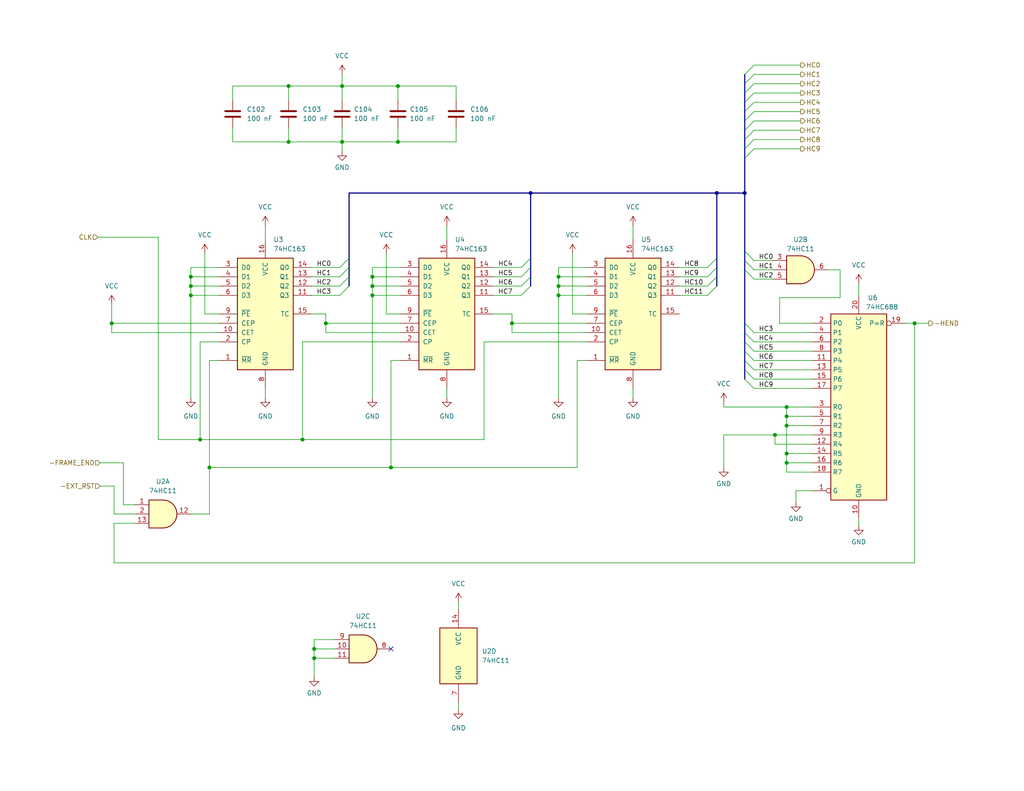
<source format=kicad_sch>
(kicad_sch (version 20230121) (generator eeschema)
  (paper "USLetter")
  (title_block (title "Horizontal count") (company "daveho hacks"))
  (lib_symbols
    (symbol "74xx:74LS11" (pin_names (offset 1.016))
      (property "Reference" "U" (at 0 1.27 0))
      (property "Value" "74LS11" (at 0 -1.27 0))
      (symbol "74LS11_1_1"
        (arc (start 0 -3.81) (mid 3.7934 0) (end 0 3.81) (stroke (width 0.254)) (fill (type background)))
        (polyline (pts (xy 0 3.81) (xy -3.81 3.81) (xy -3.81 -3.81) (xy 0 -3.81)) (stroke (width 0.254)) (fill (type background)))
        (pin input line (at -7.62 2.54 0) (length 3.81) (name "~") (number "1"))
        (pin output line (at 7.62 0 180) (length 3.81) (name "~") (number "12"))
        (pin input line (at -7.62 -2.54 0) (length 3.81) (name "~") (number "13"))
        (pin input line (at -7.62 0 0) (length 3.81) (name "~") (number "2"))
      )
      (symbol "74LS11_1_2"
        (arc (start -3.81 -3.81) (mid -2.589 0) (end -3.81 3.81) (stroke (width 0.254)))
        (arc (start -0.6096 -3.81) (mid 2.1842 -2.5851) (end 3.81 0) (stroke (width 0.254)) (fill (type background)))
        (polyline (pts (xy -3.81 -3.81) (xy -0.635 -3.81)) (stroke (width 0.254)) (fill (type background)))
        (polyline (pts (xy -3.81 3.81) (xy -0.635 3.81)) (stroke (width 0.254)) (fill (type background)))
        (polyline (pts (xy -0.635 3.81) (xy -3.81 3.81) (xy -3.81 3.81) (xy -3.556 3.4036) (xy -3.0226 2.2606) (xy -2.6924 1.0414) (xy -2.6162 -0.254) (xy -2.7686 -1.4986) (xy -3.175 -2.7178) (xy -3.81 -3.81) (xy -3.81 -3.81) (xy -0.635 -3.81)) (stroke (width -25.4)) (fill (type background)))
        (arc (start 3.81 0) (mid 2.1915 2.5936) (end -0.6096 3.81) (stroke (width 0.254)) (fill (type background)))
        (pin input inverted (at -7.62 2.54 0) (length 4.318) (name "~") (number "1"))
        (pin output inverted (at 7.62 0 180) (length 3.81) (name "~") (number "12"))
        (pin input inverted (at -7.62 -2.54 0) (length 4.318) (name "~") (number "13"))
        (pin input inverted (at -7.62 0 0) (length 4.953) (name "~") (number "2"))
      )
      (symbol "74LS11_2_1"
        (arc (start 0 -3.81) (mid 3.7934 0) (end 0 3.81) (stroke (width 0.254)) (fill (type background)))
        (polyline (pts (xy 0 3.81) (xy -3.81 3.81) (xy -3.81 -3.81) (xy 0 -3.81)) (stroke (width 0.254)) (fill (type background)))
        (pin input line (at -7.62 2.54 0) (length 3.81) (name "~") (number "3"))
        (pin input line (at -7.62 0 0) (length 3.81) (name "~") (number "4"))
        (pin input line (at -7.62 -2.54 0) (length 3.81) (name "~") (number "5"))
        (pin output line (at 7.62 0 180) (length 3.81) (name "~") (number "6"))
      )
      (symbol "74LS11_2_2"
        (arc (start -3.81 -3.81) (mid -2.589 0) (end -3.81 3.81) (stroke (width 0.254)))
        (arc (start -0.6096 -3.81) (mid 2.1842 -2.5851) (end 3.81 0) (stroke (width 0.254)) (fill (type background)))
        (polyline (pts (xy -3.81 -3.81) (xy -0.635 -3.81)) (stroke (width 0.254)) (fill (type background)))
        (polyline (pts (xy -3.81 3.81) (xy -0.635 3.81)) (stroke (width 0.254)) (fill (type background)))
        (polyline (pts (xy -0.635 3.81) (xy -3.81 3.81) (xy -3.81 3.81) (xy -3.556 3.4036) (xy -3.0226 2.2606) (xy -2.6924 1.0414) (xy -2.6162 -0.254) (xy -2.7686 -1.4986) (xy -3.175 -2.7178) (xy -3.81 -3.81) (xy -3.81 -3.81) (xy -0.635 -3.81)) (stroke (width -25.4)) (fill (type background)))
        (arc (start 3.81 0) (mid 2.1915 2.5936) (end -0.6096 3.81) (stroke (width 0.254)) (fill (type background)))
        (pin input inverted (at -7.62 2.54 0) (length 4.318) (name "~") (number "3"))
        (pin input inverted (at -7.62 0 0) (length 4.953) (name "~") (number "4"))
        (pin input inverted (at -7.62 -2.54 0) (length 4.318) (name "~") (number "5"))
        (pin output inverted (at 7.62 0 180) (length 3.81) (name "~") (number "6"))
      )
      (symbol "74LS11_3_1"
        (arc (start 0 -3.81) (mid 3.7934 0) (end 0 3.81) (stroke (width 0.254)) (fill (type background)))
        (polyline (pts (xy 0 3.81) (xy -3.81 3.81) (xy -3.81 -3.81) (xy 0 -3.81)) (stroke (width 0.254)) (fill (type background)))
        (pin input line (at -7.62 0 0) (length 3.81) (name "~") (number "10"))
        (pin input line (at -7.62 -2.54 0) (length 3.81) (name "~") (number "11"))
        (pin output line (at 7.62 0 180) (length 3.81) (name "~") (number "8"))
        (pin input line (at -7.62 2.54 0) (length 3.81) (name "~") (number "9"))
      )
      (symbol "74LS11_3_2"
        (arc (start -3.81 -3.81) (mid -2.589 0) (end -3.81 3.81) (stroke (width 0.254)))
        (arc (start -0.6096 -3.81) (mid 2.1842 -2.5851) (end 3.81 0) (stroke (width 0.254)) (fill (type background)))
        (polyline (pts (xy -3.81 -3.81) (xy -0.635 -3.81)) (stroke (width 0.254)) (fill (type background)))
        (polyline (pts (xy -3.81 3.81) (xy -0.635 3.81)) (stroke (width 0.254)) (fill (type background)))
        (polyline (pts (xy -0.635 3.81) (xy -3.81 3.81) (xy -3.81 3.81) (xy -3.556 3.4036) (xy -3.0226 2.2606) (xy -2.6924 1.0414) (xy -2.6162 -0.254) (xy -2.7686 -1.4986) (xy -3.175 -2.7178) (xy -3.81 -3.81) (xy -3.81 -3.81) (xy -0.635 -3.81)) (stroke (width -25.4)) (fill (type background)))
        (arc (start 3.81 0) (mid 2.1915 2.5936) (end -0.6096 3.81) (stroke (width 0.254)) (fill (type background)))
        (pin input inverted (at -7.62 0 0) (length 4.953) (name "~") (number "10"))
        (pin input inverted (at -7.62 -2.54 0) (length 4.318) (name "~") (number "11"))
        (pin output inverted (at 7.62 0 180) (length 3.81) (name "~") (number "8"))
        (pin input inverted (at -7.62 2.54 0) (length 4.318) (name "~") (number "9"))
      )
      (symbol "74LS11_4_0"
        (pin power_in line (at 0 12.7 270) (length 5.08) (name "VCC") (number "14"))
        (pin power_in line (at 0 -12.7 90) (length 5.08) (name "GND") (number "7"))
      )
      (symbol "74LS11_4_1"
        (rectangle (start -5.08 7.62) (end 5.08 -7.62) (stroke (width 0.254)) (fill (type background)))
      )
    )
    (symbol "74xx:74LS163" (pin_names (offset 1.016))
      (property "Reference" "U" (at -7.62 16.51 0))
      (property "Value" "74LS163" (at -7.62 -16.51 0))
      (symbol "74LS163_1_0"
        (pin input line (at -12.7 -12.7 0) (length 5.08) (name "~{MR}") (number "1"))
        (pin input line (at -12.7 -5.08 0) (length 5.08) (name "CET") (number "10"))
        (pin output line (at 12.7 5.08 180) (length 5.08) (name "Q3") (number "11"))
        (pin output line (at 12.7 7.62 180) (length 5.08) (name "Q2") (number "12"))
        (pin output line (at 12.7 10.16 180) (length 5.08) (name "Q1") (number "13"))
        (pin output line (at 12.7 12.7 180) (length 5.08) (name "Q0") (number "14"))
        (pin output line (at 12.7 0 180) (length 5.08) (name "TC") (number "15"))
        (pin power_in line (at 0 20.32 270) (length 5.08) (name "VCC") (number "16"))
        (pin input line (at -12.7 -7.62 0) (length 5.08) (name "CP") (number "2"))
        (pin input line (at -12.7 12.7 0) (length 5.08) (name "D0") (number "3"))
        (pin input line (at -12.7 10.16 0) (length 5.08) (name "D1") (number "4"))
        (pin input line (at -12.7 7.62 0) (length 5.08) (name "D2") (number "5"))
        (pin input line (at -12.7 5.08 0) (length 5.08) (name "D3") (number "6"))
        (pin input line (at -12.7 -2.54 0) (length 5.08) (name "CEP") (number "7"))
        (pin power_in line (at 0 -20.32 90) (length 5.08) (name "GND") (number "8"))
        (pin input line (at -12.7 0 0) (length 5.08) (name "~{PE}") (number "9"))
      )
      (symbol "74LS163_1_1"
        (rectangle (start -7.62 15.24) (end 7.62 -15.24) (stroke (width 0.254)) (fill (type background)))
      )
    )
    (symbol "74xx:74LS688"
      (property "Reference" "U" (at -7.62 26.67 0))
      (property "Value" "74LS688" (at -7.62 -26.67 0))
      (symbol "74LS688_1_0"
        (pin input inverted (at -12.7 -22.86 0) (length 5.08) (name "G") (number "1"))
        (pin power_in line (at 0 -30.48 90) (length 5.08) (name "GND") (number "10"))
        (pin input line (at -12.7 12.7 0) (length 5.08) (name "P4") (number "11"))
        (pin input line (at -12.7 -10.16 0) (length 5.08) (name "R4") (number "12"))
        (pin input line (at -12.7 10.16 0) (length 5.08) (name "P5") (number "13"))
        (pin input line (at -12.7 -12.7 0) (length 5.08) (name "R5") (number "14"))
        (pin input line (at -12.7 7.62 0) (length 5.08) (name "P6") (number "15"))
        (pin input line (at -12.7 -15.24 0) (length 5.08) (name "R6") (number "16"))
        (pin input line (at -12.7 5.08 0) (length 5.08) (name "P7") (number "17"))
        (pin input line (at -12.7 -17.78 0) (length 5.08) (name "R7") (number "18"))
        (pin output inverted (at 12.7 22.86 180) (length 5.08) (name "P=R") (number "19"))
        (pin input line (at -12.7 22.86 0) (length 5.08) (name "P0") (number "2"))
        (pin power_in line (at 0 30.48 270) (length 5.08) (name "VCC") (number "20"))
        (pin input line (at -12.7 0 0) (length 5.08) (name "R0") (number "3"))
        (pin input line (at -12.7 20.32 0) (length 5.08) (name "P1") (number "4"))
        (pin input line (at -12.7 -2.54 0) (length 5.08) (name "R1") (number "5"))
        (pin input line (at -12.7 17.78 0) (length 5.08) (name "P2") (number "6"))
        (pin input line (at -12.7 -5.08 0) (length 5.08) (name "R2") (number "7"))
        (pin input line (at -12.7 15.24 0) (length 5.08) (name "P3") (number "8"))
        (pin input line (at -12.7 -7.62 0) (length 5.08) (name "R3") (number "9"))
      )
      (symbol "74LS688_1_1"
        (rectangle (start -7.62 25.4) (end 7.62 -25.4) (stroke (width 0.254)) (fill (type background)))
      )
    )
    (symbol "Device:C" (pin_numbers hide) (pin_names (offset 0.254))
      (property "Reference" "C" (at 0.635 2.54 0))
      (property "Value" "C" (at 0.635 -2.54 0))
      (symbol "C_0_1"
        (polyline (pts (xy -2.032 -0.762) (xy 2.032 -0.762)) (stroke (width 0.508)))
        (polyline (pts (xy -2.032 0.762) (xy 2.032 0.762)) (stroke (width 0.508)))
      )
      (symbol "C_1_1"
        (pin passive line (at 0 3.81 270) (length 2.794) (name "~") (number "1"))
        (pin passive line (at 0 -3.81 90) (length 2.794) (name "~") (number "2"))
      )
    )
    (symbol "power:GND" (power) (pin_names (offset 0))
      (property "Value" "GND" (at 0 -3.81 0))
      (symbol "GND_0_1"
        (polyline (pts (xy 0 0) (xy 0 -1.27) (xy 1.27 -1.27) (xy 0 -2.54) (xy -1.27 -1.27) (xy 0 -1.27)))
      )
      (symbol "GND_1_1"
        (pin power_in line (at 0 0 270) (length 0) hide (name "GND") (number "1"))
      )
    )
    (symbol "power:VCC" (power) (pin_names (offset 0))
      (property "Value" "VCC" (at 0 3.81 0))
      (symbol "VCC_0_1"
        (polyline (pts (xy -0.762 1.27) (xy 0 2.54)))
        (polyline (pts (xy 0 0) (xy 0 2.54)))
        (polyline (pts (xy 0 2.54) (xy 0.762 1.27)))
      )
      (symbol "VCC_1_1"
        (pin power_in line (at 0 0 90) (length 0) hide (name "VCC") (number "1"))
      )
    )
  )
  (junction (at 152.4 78.105))
  (junction (at 249.555 88.265))
  (junction (at 214.63 126.365))
  (junction (at 54.61 120.015))
  (junction (at 195.58 52.705))
  (junction (at 85.725 177.165))
  (junction (at 30.48 88.265))
  (junction (at 139.7 88.265))
  (junction (at 93.345 23.495))
  (junction (at 82.55 120.015))
  (junction (at 101.6 75.565))
  (junction (at 214.63 111.125))
  (junction (at 101.6 80.645))
  (junction (at 106.68 127.635))
  (junction (at 203.2 52.705))
  (junction (at 152.4 80.645))
  (junction (at 57.15 127.635))
  (junction (at 152.4 75.565))
  (junction (at 52.07 80.645))
  (junction (at 88.9 88.265))
  (junction (at 101.6 78.105))
  (junction (at 85.725 179.705))
  (junction (at 108.585 23.495))
  (junction (at 52.07 78.105))
  (junction (at 52.07 75.565))
  (junction (at 78.74 38.735))
  (junction (at 214.63 113.665))
  (junction (at 214.63 123.825))
  (junction (at 108.585 38.735))
  (junction (at 211.455 118.745))
  (junction (at 78.74 23.495))
  (junction (at 214.63 116.205))
  (junction (at 144.78 52.705))
  (junction (at 93.345 38.735))
  (no_connect (at 106.68 177.165))
  (bus_entry (at 203.2 20.32) (size 2.54 -2.54))
  (bus_entry (at 203.2 40.64) (size 2.54 -2.54))
  (bus_entry (at 193.04 80.645) (size 2.54 -2.54))
  (bus_entry (at 203.2 38.1) (size 2.54 -2.54))
  (bus_entry (at 203.2 27.94) (size 2.54 -2.54))
  (bus_entry (at 203.2 103.505) (size 2.54 2.54))
  (bus_entry (at 193.04 73.025) (size 2.54 -2.54))
  (bus_entry (at 203.2 98.425) (size 2.54 2.54))
  (bus_entry (at 203.2 33.02) (size 2.54 -2.54))
  (bus_entry (at 92.71 73.025) (size 2.54 -2.54))
  (bus_entry (at 193.04 78.105) (size 2.54 -2.54))
  (bus_entry (at 92.71 75.565) (size 2.54 -2.54))
  (bus_entry (at 142.24 78.105) (size 2.54 -2.54))
  (bus_entry (at 203.2 95.885) (size 2.54 2.54))
  (bus_entry (at 203.2 93.345) (size 2.54 2.54))
  (bus_entry (at 203.2 100.965) (size 2.54 2.54))
  (bus_entry (at 203.2 71.12) (size 2.54 2.54))
  (bus_entry (at 203.2 90.805) (size 2.54 2.54))
  (bus_entry (at 92.71 78.105) (size 2.54 -2.54))
  (bus_entry (at 203.2 25.4) (size 2.54 -2.54))
  (bus_entry (at 92.71 80.645) (size 2.54 -2.54))
  (bus_entry (at 142.24 73.025) (size 2.54 -2.54))
  (bus_entry (at 203.2 88.265) (size 2.54 2.54))
  (bus_entry (at 203.2 73.66) (size 2.54 2.54))
  (bus_entry (at 203.2 35.56) (size 2.54 -2.54))
  (bus_entry (at 142.24 75.565) (size 2.54 -2.54))
  (bus_entry (at 203.2 22.86) (size 2.54 -2.54))
  (bus_entry (at 142.24 80.645) (size 2.54 -2.54))
  (bus_entry (at 203.2 30.48) (size 2.54 -2.54))
  (bus_entry (at 193.04 75.565) (size 2.54 -2.54))
  (bus_entry (at 205.74 71.12) (size -2.54 -2.54))
  (bus_entry (at 203.2 43.18) (size 2.54 -2.54))
  (wire (pts (xy 160.02 73.025) (xy 152.4 73.025)))
  (wire (pts (xy 205.74 90.805) (xy 221.615 90.805)))
  (wire (pts (xy 172.72 106.045) (xy 172.72 108.585)))
  (wire (pts (xy 132.08 93.345) (xy 132.08 120.015)))
  (wire (pts (xy 52.07 73.025) (xy 52.07 75.565)))
  (wire (pts (xy 26.67 64.77) (xy 43.18 64.77)))
  (bus (pts (xy 203.2 93.345) (xy 203.2 95.885)))
  (wire (pts (xy 211.455 118.745) (xy 197.485 118.745)))
  (bus (pts (xy 95.25 70.485) (xy 95.25 52.705)))
  (wire (pts (xy 197.485 118.745) (xy 197.485 127.635)))
  (bus (pts (xy 144.78 75.565) (xy 144.78 78.105)))
  (wire (pts (xy 108.585 23.495) (xy 93.345 23.495)))
  (bus (pts (xy 203.2 27.94) (xy 203.2 30.48)))
  (wire (pts (xy 221.615 118.745) (xy 211.455 118.745)))
  (wire (pts (xy 106.68 127.635) (xy 106.68 98.425)))
  (wire (pts (xy 205.74 25.4) (xy 218.44 25.4)))
  (wire (pts (xy 229.235 81.28) (xy 212.725 81.28)))
  (wire (pts (xy 221.615 121.285) (xy 211.455 121.285)))
  (wire (pts (xy 214.63 123.825) (xy 214.63 116.205)))
  (wire (pts (xy 78.74 23.495) (xy 93.345 23.495)))
  (wire (pts (xy 205.74 35.56) (xy 218.44 35.56)))
  (wire (pts (xy 185.42 80.645) (xy 193.04 80.645)))
  (wire (pts (xy 152.4 75.565) (xy 160.02 75.565)))
  (bus (pts (xy 95.25 52.705) (xy 144.78 52.705)))
  (wire (pts (xy 27.305 132.715) (xy 31.115 132.715)))
  (wire (pts (xy 63.5 27.305) (xy 63.5 23.495)))
  (wire (pts (xy 217.17 133.985) (xy 217.17 137.16)))
  (wire (pts (xy 82.55 120.015) (xy 54.61 120.015)))
  (wire (pts (xy 139.7 85.725) (xy 139.7 88.265)))
  (wire (pts (xy 152.4 80.645) (xy 160.02 80.645)))
  (wire (pts (xy 205.74 27.94) (xy 218.44 27.94)))
  (wire (pts (xy 78.74 23.495) (xy 78.74 27.305)))
  (bus (pts (xy 95.25 73.025) (xy 95.25 70.485)))
  (wire (pts (xy 205.74 22.86) (xy 218.44 22.86)))
  (wire (pts (xy 157.48 127.635) (xy 157.48 98.425)))
  (bus (pts (xy 203.2 22.86) (xy 203.2 25.4)))
  (bus (pts (xy 203.2 35.56) (xy 203.2 38.1)))
  (bus (pts (xy 203.2 40.64) (xy 203.2 43.18)))
  (wire (pts (xy 185.42 75.565) (xy 193.04 75.565)))
  (bus (pts (xy 195.58 73.025) (xy 195.58 75.565)))
  (wire (pts (xy 57.15 127.635) (xy 106.68 127.635)))
  (wire (pts (xy 205.74 93.345) (xy 221.615 93.345)))
  (wire (pts (xy 93.345 34.925) (xy 93.345 38.735)))
  (wire (pts (xy 55.88 69.215) (xy 55.88 85.725)))
  (wire (pts (xy 134.62 73.025) (xy 142.24 73.025)))
  (wire (pts (xy 27.305 126.365) (xy 33.655 126.365)))
  (wire (pts (xy 108.585 34.925) (xy 108.585 38.735)))
  (bus (pts (xy 195.58 75.565) (xy 195.58 78.105)))
  (wire (pts (xy 105.41 69.215) (xy 105.41 85.725)))
  (bus (pts (xy 203.2 33.02) (xy 203.2 35.56)))
  (wire (pts (xy 214.63 126.365) (xy 214.63 123.825)))
  (wire (pts (xy 101.6 78.105) (xy 109.22 78.105)))
  (wire (pts (xy 157.48 98.425) (xy 160.02 98.425)))
  (bus (pts (xy 203.2 20.32) (xy 203.2 22.86)))
  (wire (pts (xy 205.74 73.66) (xy 210.82 73.66)))
  (wire (pts (xy 72.39 106.045) (xy 72.39 108.585)))
  (bus (pts (xy 144.78 70.485) (xy 144.78 73.025)))
  (wire (pts (xy 134.62 78.105) (xy 142.24 78.105)))
  (wire (pts (xy 217.17 133.985) (xy 221.615 133.985)))
  (wire (pts (xy 85.725 179.705) (xy 91.44 179.705)))
  (wire (pts (xy 93.345 38.735) (xy 93.345 41.275)))
  (bus (pts (xy 203.2 38.1) (xy 203.2 40.64)))
  (bus (pts (xy 203.2 71.12) (xy 203.2 73.66)))
  (wire (pts (xy 57.15 127.635) (xy 57.15 98.425)))
  (wire (pts (xy 152.4 78.105) (xy 152.4 80.645)))
  (wire (pts (xy 156.21 69.215) (xy 156.21 85.725)))
  (wire (pts (xy 125.095 191.77) (xy 125.095 193.675)))
  (wire (pts (xy 78.74 38.735) (xy 93.345 38.735)))
  (wire (pts (xy 78.74 34.925) (xy 78.74 38.735)))
  (wire (pts (xy 226.06 73.66) (xy 229.235 73.66)))
  (wire (pts (xy 124.46 38.735) (xy 108.585 38.735)))
  (wire (pts (xy 121.92 106.045) (xy 121.92 108.585)))
  (wire (pts (xy 82.55 93.345) (xy 82.55 120.015)))
  (wire (pts (xy 229.235 73.66) (xy 229.235 81.28)))
  (wire (pts (xy 221.615 116.205) (xy 214.63 116.205)))
  (wire (pts (xy 214.63 113.665) (xy 221.615 113.665)))
  (wire (pts (xy 139.7 88.265) (xy 160.02 88.265)))
  (wire (pts (xy 31.115 132.715) (xy 31.115 140.335)))
  (wire (pts (xy 109.22 73.025) (xy 101.6 73.025)))
  (wire (pts (xy 63.5 34.925) (xy 63.5 38.735)))
  (wire (pts (xy 212.725 81.28) (xy 212.725 88.265)))
  (wire (pts (xy 63.5 23.495) (xy 78.74 23.495)))
  (wire (pts (xy 214.63 126.365) (xy 221.615 126.365)))
  (wire (pts (xy 57.15 98.425) (xy 59.69 98.425)))
  (wire (pts (xy 247.015 88.265) (xy 249.555 88.265)))
  (wire (pts (xy 121.92 61.595) (xy 121.92 65.405)))
  (bus (pts (xy 203.2 98.425) (xy 203.2 100.965)))
  (bus (pts (xy 203.2 30.48) (xy 203.2 33.02)))
  (wire (pts (xy 134.62 80.645) (xy 142.24 80.645)))
  (wire (pts (xy 52.07 78.105) (xy 52.07 80.645)))
  (wire (pts (xy 88.9 90.805) (xy 88.9 88.265)))
  (wire (pts (xy 124.46 34.925) (xy 124.46 38.735)))
  (wire (pts (xy 160.02 90.805) (xy 139.7 90.805)))
  (wire (pts (xy 152.4 75.565) (xy 152.4 78.105)))
  (wire (pts (xy 205.74 20.32) (xy 218.44 20.32)))
  (wire (pts (xy 234.315 141.605) (xy 234.315 143.51)))
  (bus (pts (xy 144.78 52.705) (xy 195.58 52.705)))
  (wire (pts (xy 54.61 93.345) (xy 59.69 93.345)))
  (wire (pts (xy 152.4 78.105) (xy 160.02 78.105)))
  (wire (pts (xy 205.74 17.78) (xy 218.44 17.78)))
  (bus (pts (xy 203.2 43.18) (xy 203.2 52.705)))
  (wire (pts (xy 93.345 20.32) (xy 93.345 23.495)))
  (bus (pts (xy 203.2 88.265) (xy 203.2 90.805)))
  (wire (pts (xy 109.22 90.805) (xy 88.9 90.805)))
  (wire (pts (xy 205.74 100.965) (xy 221.615 100.965)))
  (bus (pts (xy 203.2 68.58) (xy 203.2 71.12)))
  (wire (pts (xy 85.09 75.565) (xy 92.71 75.565)))
  (wire (pts (xy 205.74 103.505) (xy 221.615 103.505)))
  (wire (pts (xy 72.39 61.595) (xy 72.39 65.405)))
  (bus (pts (xy 203.2 73.66) (xy 203.2 88.265)))
  (bus (pts (xy 195.58 52.705) (xy 203.2 52.705)))
  (wire (pts (xy 212.725 88.265) (xy 221.615 88.265)))
  (wire (pts (xy 109.22 85.725) (xy 105.41 85.725)))
  (wire (pts (xy 52.07 140.335) (xy 57.15 140.335)))
  (wire (pts (xy 221.615 128.905) (xy 214.63 128.905)))
  (wire (pts (xy 205.74 106.045) (xy 221.615 106.045)))
  (wire (pts (xy 85.725 177.165) (xy 91.44 177.165)))
  (wire (pts (xy 234.315 77.47) (xy 234.315 80.645)))
  (wire (pts (xy 101.6 73.025) (xy 101.6 75.565)))
  (wire (pts (xy 88.9 88.265) (xy 109.22 88.265)))
  (wire (pts (xy 43.18 64.77) (xy 43.18 120.015)))
  (wire (pts (xy 139.7 90.805) (xy 139.7 88.265)))
  (wire (pts (xy 33.655 126.365) (xy 33.655 137.795)))
  (wire (pts (xy 197.485 109.855) (xy 197.485 111.125)))
  (wire (pts (xy 214.63 128.905) (xy 214.63 126.365)))
  (bus (pts (xy 203.2 52.705) (xy 203.2 68.58)))
  (wire (pts (xy 214.63 123.825) (xy 221.615 123.825)))
  (wire (pts (xy 205.74 38.1) (xy 218.44 38.1)))
  (bus (pts (xy 144.78 73.025) (xy 144.78 75.565)))
  (wire (pts (xy 185.42 73.025) (xy 193.04 73.025)))
  (wire (pts (xy 152.4 80.645) (xy 152.4 108.585)))
  (wire (pts (xy 132.08 120.015) (xy 82.55 120.015)))
  (wire (pts (xy 134.62 75.565) (xy 142.24 75.565)))
  (wire (pts (xy 88.9 85.725) (xy 88.9 88.265)))
  (wire (pts (xy 59.69 85.725) (xy 55.88 85.725)))
  (wire (pts (xy 205.74 98.425) (xy 221.615 98.425)))
  (wire (pts (xy 52.07 75.565) (xy 59.69 75.565)))
  (wire (pts (xy 214.63 111.125) (xy 197.485 111.125)))
  (wire (pts (xy 85.725 177.165) (xy 85.725 179.705)))
  (bus (pts (xy 195.58 52.705) (xy 195.58 70.485)))
  (wire (pts (xy 124.46 23.495) (xy 108.585 23.495)))
  (bus (pts (xy 195.58 70.485) (xy 195.58 73.025)))
  (wire (pts (xy 52.07 80.645) (xy 59.69 80.645)))
  (wire (pts (xy 172.72 61.595) (xy 172.72 65.405)))
  (wire (pts (xy 160.02 93.345) (xy 132.08 93.345)))
  (wire (pts (xy 85.09 73.025) (xy 92.71 73.025)))
  (wire (pts (xy 108.585 27.305) (xy 108.585 23.495)))
  (wire (pts (xy 214.63 113.665) (xy 214.63 111.125)))
  (wire (pts (xy 63.5 38.735) (xy 78.74 38.735)))
  (wire (pts (xy 205.74 40.64) (xy 218.44 40.64)))
  (wire (pts (xy 59.69 90.805) (xy 30.48 90.805)))
  (wire (pts (xy 109.22 93.345) (xy 82.55 93.345)))
  (wire (pts (xy 205.74 95.885) (xy 221.615 95.885)))
  (bus (pts (xy 144.78 52.705) (xy 144.78 70.485)))
  (wire (pts (xy 31.115 142.875) (xy 31.115 153.67)))
  (wire (pts (xy 85.09 78.105) (xy 92.71 78.105)))
  (wire (pts (xy 85.09 80.645) (xy 92.71 80.645)))
  (wire (pts (xy 205.74 30.48) (xy 218.44 30.48)))
  (wire (pts (xy 59.69 73.025) (xy 52.07 73.025)))
  (wire (pts (xy 106.68 127.635) (xy 157.48 127.635)))
  (wire (pts (xy 185.42 78.105) (xy 193.04 78.105)))
  (wire (pts (xy 101.6 78.105) (xy 101.6 80.645)))
  (wire (pts (xy 134.62 85.725) (xy 139.7 85.725)))
  (bus (pts (xy 95.25 75.565) (xy 95.25 73.025)))
  (bus (pts (xy 203.2 95.885) (xy 203.2 98.425)))
  (wire (pts (xy 108.585 38.735) (xy 93.345 38.735)))
  (wire (pts (xy 106.68 98.425) (xy 109.22 98.425)))
  (wire (pts (xy 54.61 120.015) (xy 54.61 93.345)))
  (wire (pts (xy 221.615 111.125) (xy 214.63 111.125)))
  (wire (pts (xy 101.6 80.645) (xy 101.6 108.585)))
  (wire (pts (xy 52.07 75.565) (xy 52.07 78.105)))
  (wire (pts (xy 101.6 80.645) (xy 109.22 80.645)))
  (wire (pts (xy 31.115 142.875) (xy 36.83 142.875)))
  (wire (pts (xy 101.6 75.565) (xy 101.6 78.105)))
  (wire (pts (xy 52.07 80.645) (xy 52.07 108.585)))
  (bus (pts (xy 203.2 25.4) (xy 203.2 27.94)))
  (wire (pts (xy 214.63 116.205) (xy 214.63 113.665)))
  (wire (pts (xy 30.48 90.805) (xy 30.48 88.265)))
  (wire (pts (xy 211.455 121.285) (xy 211.455 118.745)))
  (wire (pts (xy 85.725 174.625) (xy 85.725 177.165)))
  (wire (pts (xy 249.555 153.67) (xy 249.555 88.265)))
  (wire (pts (xy 85.725 179.705) (xy 85.725 184.785)))
  (wire (pts (xy 52.07 78.105) (xy 59.69 78.105)))
  (wire (pts (xy 85.09 85.725) (xy 88.9 85.725)))
  (wire (pts (xy 93.345 23.495) (xy 93.345 27.305)))
  (bus (pts (xy 95.25 78.105) (xy 95.25 75.565)))
  (wire (pts (xy 43.18 120.015) (xy 54.61 120.015)))
  (wire (pts (xy 57.15 140.335) (xy 57.15 127.635)))
  (wire (pts (xy 101.6 75.565) (xy 109.22 75.565)))
  (wire (pts (xy 249.555 88.265) (xy 253.365 88.265)))
  (wire (pts (xy 59.69 88.265) (xy 30.48 88.265)))
  (wire (pts (xy 124.46 27.305) (xy 124.46 23.495)))
  (wire (pts (xy 160.02 85.725) (xy 156.21 85.725)))
  (wire (pts (xy 205.74 33.02) (xy 218.44 33.02)))
  (wire (pts (xy 205.74 71.12) (xy 210.82 71.12)))
  (wire (pts (xy 30.48 83.185) (xy 30.48 88.265)))
  (wire (pts (xy 31.115 140.335) (xy 36.83 140.335)))
  (wire (pts (xy 125.095 164.465) (xy 125.095 166.37)))
  (wire (pts (xy 36.83 137.795) (xy 33.655 137.795)))
  (wire (pts (xy 152.4 73.025) (xy 152.4 75.565)))
  (bus (pts (xy 203.2 90.805) (xy 203.2 93.345)))
  (wire (pts (xy 205.74 76.2) (xy 210.82 76.2)))
  (wire (pts (xy 31.115 153.67) (xy 249.555 153.67)))
  (bus (pts (xy 203.2 100.965) (xy 203.2 103.505)))
  (wire (pts (xy 91.44 174.625) (xy 85.725 174.625)))
  (label "HC1" (at 207.01 73.66 0))
  (label "HC9" (at 207.01 106.045 0))
  (label "HC4" (at 135.89 73.025 0))
  (label "HC2" (at 86.36 78.105 0))
  (label "HC7" (at 135.89 80.645 0))
  (label "HC6" (at 135.89 78.105 0))
  (label "HC6" (at 207.01 98.425 0))
  (label "HC10" (at 186.69 78.105 0))
  (label "HC4" (at 207.01 93.345 0))
  (label "HC8" (at 186.69 73.025 0))
  (label "HC0" (at 207.01 71.12 0))
  (label "HC3" (at 207.01 90.805 0))
  (label "HC11" (at 186.69 80.645 0))
  (label "HC1" (at 86.36 75.565 0))
  (label "HC0" (at 86.36 73.025 0))
  (label "HC5" (at 207.01 95.885 0))
  (label "HC2" (at 207.01 76.2 0))
  (label "HC9" (at 186.69 75.565 0))
  (label "HC3" (at 86.36 80.645 0))
  (label "HC7" (at 207.01 100.965 0))
  (label "HC8" (at 207.01 103.505 0))
  (label "HC5" (at 135.89 75.565 0))
  (hierarchical_label "HC3" (shape output) (at 218.44 25.4 0))
  (hierarchical_label "HC2" (shape output) (at 218.44 22.86 0))
  (hierarchical_label "HC6" (shape output) (at 218.44 33.02 0))
  (hierarchical_label "HC7" (shape output) (at 218.44 35.56 0))
  (hierarchical_label "-EXT_RST" (shape input) (at 27.305 132.715 180))
  (hierarchical_label "HC4" (shape output) (at 218.44 27.94 0))
  (hierarchical_label "-HEND" (shape output) (at 253.365 88.265 0))
  (hierarchical_label "CLK" (shape input) (at 26.67 64.77 180))
  (hierarchical_label "HC9" (shape output) (at 218.44 40.64 0))
  (hierarchical_label "HC5" (shape output) (at 218.44 30.48 0))
  (hierarchical_label "HC8" (shape output) (at 218.44 38.1 0))
  (hierarchical_label "HC0" (shape output) (at 218.44 17.78 0))
  (hierarchical_label "-FRAME_END" (shape input) (at 27.305 126.365 180))
  (hierarchical_label "HC1" (shape output) (at 218.44 20.32 0))
  (symbol (lib_id "Device:C") (at 93.345 31.115 0) (unit 1)
    (property "Reference" "C104" (at 96.52 29.845 0) (effects (justify left)))
    (property "Value" "100 nF" (at 96.52 32.385 0) (effects (justify left)))
  )
  (symbol (lib_id "power:VCC") (at 172.72 61.595 0) (unit 1)
    (property "Reference" "#PWR015" (effects hide))
    (property "Value" "VCC" (at 172.72 56.515 0))
  )
  (symbol (lib_id "power:VCC") (at 105.41 69.215 0) (unit 1)
    (property "Reference" "#PWR010" (effects hide))
    (property "Value" "VCC" (at 105.41 64.135 0))
  )
  (symbol (lib_id "power:GND") (at 197.485 127.635 0) (unit 1)
    (property "Reference" "#PWR018" (effects hide))
    (property "Value" "GND" (at 197.485 132.08 0))
  )
  (symbol (lib_id "74xx:74LS11") (at 125.095 179.07 0) (unit 4)
    (property "Reference" "U2" (at 131.445 177.8 0) (effects (justify left)))
    (property "Value" "74HC11" (at 131.445 180.34 0) (effects (justify left)))
    (property "Datasheet" "http://www.ti.com/lit/gpn/sn74LS11" (effects hide))
  )
  (symbol (lib_id "power:GND") (at 217.17 137.16 0) (unit 1)
    (property "Reference" "#PWR019" (effects hide))
    (property "Value" "GND" (at 217.17 141.605 0))
  )
  (symbol (lib_id "Device:C") (at 78.74 31.115 0) (unit 1)
    (property "Reference" "C103" (at 82.55 29.845 0) (effects (justify left)))
    (property "Value" "100 nF" (at 82.55 32.385 0) (effects (justify left)))
  )
  (symbol (lib_id "power:GND") (at 52.07 108.585 0) (unit 1)
    (property "Reference" "#PWR05" (effects hide))
    (property "Value" "GND" (at 52.07 113.665 0))
  )
  (symbol (lib_id "power:VCC") (at 234.315 77.47 0) (unit 1)
    (property "Reference" "#PWR021" (effects hide))
    (property "Value" "VCC" (at 234.315 72.39 0))
  )
  (symbol (lib_id "74xx:74LS163") (at 72.39 85.725 0) (unit 1)
    (property "Reference" "U3" (at 74.5841 65.405 0) (effects (justify left)))
    (property "Value" "74HC163" (at 74.5841 67.945 0) (effects (justify left)))
    (property "Datasheet" "http://www.ti.com/lit/gpn/sn74LS163" (effects hide))
  )
  (symbol (lib_id "power:GND") (at 101.6 108.585 0) (unit 1)
    (property "Reference" "#PWR09" (effects hide))
    (property "Value" "GND" (at 101.6 113.665 0))
  )
  (symbol (lib_id "74xx:74LS11") (at 99.06 177.165 0) (unit 3)
    (property "Reference" "U2" (at 99.0517 168.275 0))
    (property "Value" "74HC11" (at 99.0517 170.815 0))
    (property "Datasheet" "http://www.ti.com/lit/gpn/sn74LS11" (effects hide))
  )
  (symbol (lib_id "74xx:74LS163") (at 172.72 85.725 0) (unit 1)
    (property "Reference" "U5" (at 174.9141 65.405 0) (effects (justify left)))
    (property "Value" "74HC163" (at 174.9141 67.945 0) (effects (justify left)))
    (property "Datasheet" "http://www.ti.com/lit/gpn/sn74LS163" (effects hide))
  )
  (symbol (lib_id "power:VCC") (at 55.88 69.215 0) (unit 1)
    (property "Reference" "#PWR06" (effects hide))
    (property "Value" "VCC" (at 55.88 64.135 0))
  )
  (symbol (lib_id "power:GND") (at 172.72 108.585 0) (unit 1)
    (property "Reference" "#PWR016" (effects hide))
    (property "Value" "GND" (at 172.72 113.665 0))
  )
  (symbol (lib_id "power:GND") (at 125.095 193.675 0) (unit 1)
    (property "Reference" "#PWR026" (effects hide))
    (property "Value" "GND" (at 125.095 198.755 0))
  )
  (symbol (lib_id "Device:C") (at 108.585 31.115 0) (unit 1)
    (property "Reference" "C105" (at 111.76 29.845 0) (effects (justify left)))
    (property "Value" "100 nF" (at 111.76 32.385 0) (effects (justify left)))
  )
  (symbol (lib_id "power:GND") (at 72.39 108.585 0) (unit 1)
    (property "Reference" "#PWR08" (effects hide))
    (property "Value" "GND" (at 72.39 113.665 0))
  )
  (symbol (lib_id "power:VCC") (at 30.48 83.185 0) (unit 1)
    (property "Reference" "#PWR04" (effects hide))
    (property "Value" "VCC" (at 30.48 78.105 0))
  )
  (symbol (lib_id "74xx:74LS163") (at 121.92 85.725 0) (unit 1)
    (property "Reference" "U4" (at 124.1141 65.405 0) (effects (justify left)))
    (property "Value" "74HC163" (at 124.1141 67.945 0) (effects (justify left)))
    (property "Datasheet" "http://www.ti.com/lit/gpn/sn74LS163" (effects hide))
  )
  (symbol (lib_id "power:GND") (at 93.345 41.275 0) (unit 1)
    (property "Reference" "#PWR023" (effects hide))
    (property "Value" "GND" (at 93.345 45.72 0))
  )
  (symbol (lib_id "power:GND") (at 85.725 184.785 0) (unit 1)
    (property "Reference" "#PWR024" (effects hide))
    (property "Value" "GND" (at 85.725 189.23 0))
  )
  (symbol (lib_id "power:GND") (at 234.315 143.51 0) (unit 1)
    (property "Reference" "#PWR020" (effects hide))
    (property "Value" "GND" (at 234.315 147.955 0))
  )
  (symbol (lib_id "74xx:74LS11") (at 218.44 73.66 0) (unit 2)
    (property "Reference" "U2" (at 218.4317 65.405 0))
    (property "Value" "74HC11" (at 218.4317 67.945 0))
    (property "Datasheet" "http://www.ti.com/lit/gpn/sn74LS11" (effects hide))
  )
  (symbol (lib_id "power:VCC") (at 125.095 164.465 0) (unit 1)
    (property "Reference" "#PWR025" (effects hide))
    (property "Value" "VCC" (at 125.095 159.385 0))
  )
  (symbol (lib_id "power:VCC") (at 197.485 109.855 0) (unit 1)
    (property "Reference" "#PWR017" (effects hide))
    (property "Value" "VCC" (at 197.485 104.775 0))
  )
  (symbol (lib_id "74xx:74LS11") (at 44.45 140.335 0) (unit 1)
    (property "Reference" "U2" (at 44.4417 131.445 0))
    (property "Value" "74HC11" (at 44.4417 133.985 0))
    (property "Datasheet" "http://www.ti.com/lit/gpn/sn74LS11" (effects hide))
  )
  (symbol (lib_id "power:VCC") (at 121.92 61.595 0) (unit 1)
    (property "Reference" "#PWR011" (effects hide))
    (property "Value" "VCC" (at 121.92 56.515 0))
  )
  (symbol (lib_id "power:GND") (at 121.92 108.585 0) (unit 1)
    (property "Reference" "#PWR012" (effects hide))
    (property "Value" "GND" (at 121.92 113.665 0))
  )
  (symbol (lib_id "power:VCC") (at 72.39 61.595 0) (unit 1)
    (property "Reference" "#PWR07" (effects hide))
    (property "Value" "VCC" (at 72.39 56.515 0))
  )
  (symbol (lib_id "74xx:74LS688") (at 234.315 111.125 0) (unit 1)
    (property "Reference" "U6" (at 238.125 81.28 0))
    (property "Value" "74HC688" (at 240.665 83.82 0))
    (property "Datasheet" "http://www.ti.com/lit/gpn/sn74LS688" (effects hide))
  )
  (symbol (lib_id "power:VCC") (at 156.21 69.215 0) (unit 1)
    (property "Reference" "#PWR014" (effects hide))
    (property "Value" "VCC" (at 156.21 64.135 0))
  )
  (symbol (lib_id "Device:C") (at 63.5 31.115 0) (unit 1)
    (property "Reference" "C102" (at 67.31 29.845 0) (effects (justify left)))
    (property "Value" "100 nF" (at 67.31 32.385 0) (effects (justify left)))
  )
  (symbol (lib_id "power:GND") (at 152.4 108.585 0) (unit 1)
    (property "Reference" "#PWR013" (effects hide))
    (property "Value" "GND" (at 152.4 113.665 0))
  )
  (symbol (lib_id "Device:C") (at 124.46 31.115 0) (unit 1)
    (property "Reference" "C106" (at 128.27 29.845 0) (effects (justify left)))
    (property "Value" "100 nF" (at 128.27 32.385 0) (effects (justify left)))
  )
  (symbol (lib_id "power:VCC") (at 93.345 20.32 0) (unit 1)
    (property "Reference" "#PWR022" (effects hide))
    (property "Value" "VCC" (at 93.345 15.24 0))
  )
)
</source>
